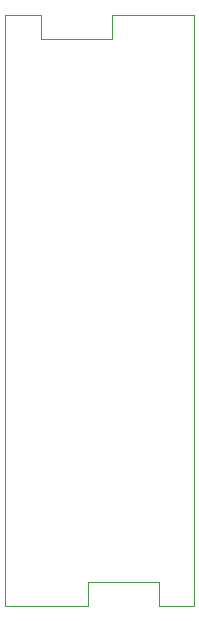
<source format=gbr>
%TF.GenerationSoftware,KiCad,Pcbnew,6.0.7*%
%TF.CreationDate,2022-11-08T21:44:20-05:00*%
%TF.ProjectId,led-mc-50x16,6c65642d-6d63-42d3-9530-7831362e6b69,rev?*%
%TF.SameCoordinates,Original*%
%TF.FileFunction,Profile,NP*%
%FSLAX46Y46*%
G04 Gerber Fmt 4.6, Leading zero omitted, Abs format (unit mm)*
G04 Created by KiCad (PCBNEW 6.0.7) date 2022-11-08 21:44:20*
%MOMM*%
%LPD*%
G01*
G04 APERTURE LIST*
%TA.AperFunction,Profile*%
%ADD10C,0.100000*%
%TD*%
G04 APERTURE END LIST*
D10*
X79000000Y-70000000D02*
X86000000Y-70000000D01*
X83000000Y-120000000D02*
X83000000Y-118000000D01*
X70000000Y-70000000D02*
X73000000Y-70000000D01*
X77000000Y-120000000D02*
X70000000Y-120000000D01*
X73000000Y-72000000D02*
X79000000Y-72000000D01*
X86000000Y-120000000D02*
X83000000Y-120000000D01*
X70000000Y-120000000D02*
X70000000Y-70000000D01*
X86000000Y-70000000D02*
X86000000Y-120000000D01*
X73000000Y-70000000D02*
X73000000Y-72000000D01*
X77000000Y-118000000D02*
X77000000Y-120000000D01*
X83000000Y-118000000D02*
X77000000Y-118000000D01*
X79000000Y-72000000D02*
X79000000Y-70000000D01*
M02*

</source>
